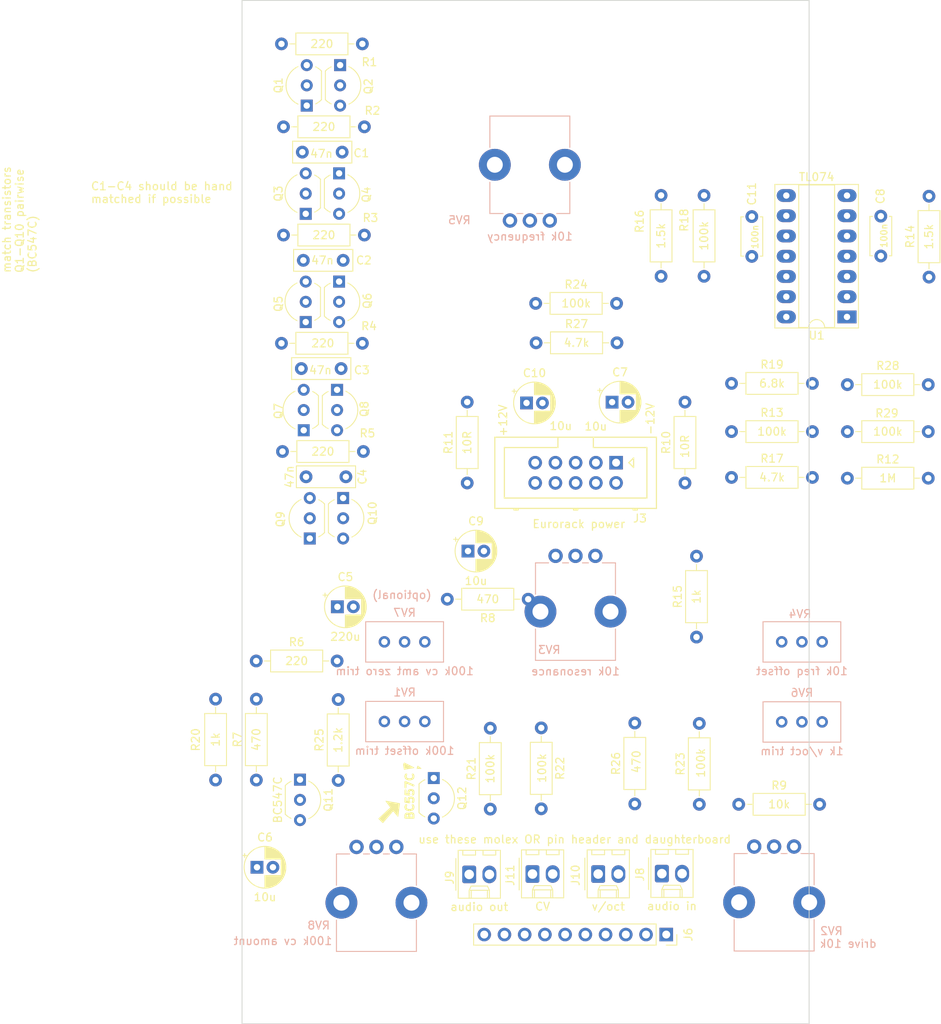
<source format=kicad_pcb>
(kicad_pcb (version 20211014) (generator pcbnew)
  (layers (0 "F.Cu" signal) (31 "B.Cu" signal) (34 "B.Paste" user) (35 "F.Paste" user) (36 "B.SilkS" user "B.Silkscreen") (37 "F.SilkS" user "F.Silkscreen") (38 "B.Mask" user) (39 "F.Mask" user) (44 "Edge.Cuts" user))
  (net 0 "")
  (net 1 "+12V")
  (net 2 "GND")
  (net 3 "-12V")
  (net 4 "Net-(J3-Pad1)")
  (net 5 "Net-(J3-Pad10)")
  (net 6 "BIAS1")
  (net 7 "Net-(C2-Pad2)")
  (net 8 "Net-(C2-Pad1)")
  (net 9 "Net-(C3-Pad2)")
  (net 10 "Net-(C3-Pad1)")
  (net 11 "Net-(C6-Pad2)")
  (net 12 "BIAS5")
  (net 13 "BIAS4")
  (net 14 "BIAS3")
  (net 15 "BIAS2")
  (net 16 "Net-(R9-Pad2)")
  (net 17 "Net-(C4-Pad2)")
  (net 18 "Net-(C4-Pad1)")
  (net 19 "CURRENTSINK")
  (net 20 "OUT_L")
  (net 21 "OUT_R")
  (net 22 "Net-(C9-Pad2)")
  (net 23 "IN_R")
  (net 24 "IN_L")
  (net 25 "Net-(R12-Pad2)")
  (net 26 "Net-(R12-Pad1)")
  (net 27 "Net-(R13-Pad1)")
  (net 28 "Net-(R14-Pad2)")
  (net 29 "Net-(R16-Pad2)")
  (net 30 "Net-(R16-Pad1)")
  (net 31 "Net-(R17-Pad2)")
  (net 32 "Net-(Q11-Pad1)")
  (net 33 "Net-(Q11-Pad2)")
  (net 34 "Net-(Q12-Pad1)")
  (net 35 "Net-(Q12-Pad2)")
  (net 36 "Net-(R21-Pad2)")
  (net 37 "CV_IN_1")
  (net 38 "CV_IN_2")
  (net 39 "Net-(R24-Pad2)")
  (net 40 "Net-(R25-Pad2)")
  (net 41 "Net-(R27-Pad1)")
  (net 42 "Net-(R28-Pad2)")
  (net 43 "Net-(RV8-Pad2)")
  (net 44 "MAIN_AUDIO_OUT")
  (net 45 "MAIN_CV")
  (net 46 "MAIN_AUDIO_IN")
  (footprint "Connector_Multicomp:Multicomp_MC9A12-1034_2x05_P2.54mm_Vertical" (layer "F.Cu") (at 67.3 78.363 180)
    (fp_text reference "J3" (at -3 -7) (layer "F.SilkS"))
    (fp_text value "Eurorack power" (at 4.68 -7.7) (layer "F.SilkS"))
    (pad "1" thru_hole rect locked (at 0 0 180) (size 1.7 1.7) (drill 1) (layers *.Cu *.Mask) (net 4 "Net-(J3-Pad1)"))
    (pad "2" thru_hole circle locked (at 0 -2.54 180) (size 1.7 1.7) (drill 1) (layers *.Cu *.Mask) (net 4 "Net-(J3-Pad1)"))
    (pad "3" thru_hole circle locked (at 2.54 0 180) (size 1.7 1.7) (drill 1) (layers *.Cu *.Mask) (net 2 "GND"))
    (pad "4" thru_hole circle locked (at 2.54 -2.54 180) (size 1.7 1.7) (drill 1) (layers *.Cu *.Mask) (net 2 "GND"))
    (pad "5" thru_hole circle locked (at 5.08 0 180) (size 1.7 1.7) (drill 1) (layers *.Cu *.Mask) (net 2 "GND"))
    (pad "6" thru_hole circle locked (at 5.08 -2.54 180) (size 1.7 1.7) (drill 1) (layers *.Cu *.Mask) (net 2 "GND"))
    (pad "7" thru_hole circle locked (at 7.62 0 180) (size 1.7 1.7) (drill 1) (layers *.Cu *.Mask) (net 2 "GND"))
    (pad "8" thru_hole circle locked (at 7.62 -2.54 180) (size 1.7 1.7) (drill 1) (layers *.Cu *.Mask) (net 2 "GND"))
    (pad "9" thru_hole circle locked (at 10.16 0 180) (size 1.7 1.7) (drill 1) (layers *.Cu *.Mask) (net 5 "Net-(J3-Pad10)"))
    (pad "10" thru_hole circle locked (at 10.16 -2.54 180) (size 1.7 1.7) (drill 1) (layers *.Cu *.Mask) (net 5 "Net-(J3-Pad10)"))
  )
  (footprint "R_silkvalue:R_Axial_DIN0207_L6.3mm_D2.5mm_P7.62mm_Horizontal_silkvalue" (layer "F.Cu") (at 48.6 80.913 90)
    (fp_text reference "R11" (at 5.08 -2.37 90) (layer "F.SilkS"))
    (fp_text value "10R" (at 5.08 0 90) (layer "F.SilkS"))
    (pad "1" thru_hole circle locked (at 0 0 90) (size 1.6 1.6) (drill 0.8) (layers *.Cu *.Mask) (net 5 "Net-(J3-Pad10)"))
    (pad "2" thru_hole oval locked (at 10.16 0 90) (size 1.6 1.6) (drill 0.8) (layers *.Cu *.Mask) (net 1 "+12V"))
  )
  (footprint "R_silkvalue:R_Axial_DIN0207_L6.3mm_D2.5mm_P7.62mm_Horizontal_silkvalue" (layer "F.Cu") (at 75.95 80.913 90)
    (fp_text reference "R10" (at 5.08 -2.37 90) (layer "F.SilkS"))
    (fp_text value "10R" (at 4.6 0 90) (layer "F.SilkS"))
    (pad "1" thru_hole circle locked (at 0 0 90) (size 1.6 1.6) (drill 0.8) (layers *.Cu *.Mask) (net 4 "Net-(J3-Pad1)"))
    (pad "2" thru_hole oval locked (at 10.16 0 90) (size 1.6 1.6) (drill 0.8) (layers *.Cu *.Mask) (net 3 "-12V"))
  )
  (footprint "Capacitor_THT:CP_Radial_D5.0mm_P2.00mm" (layer "F.Cu") (at 32.3 96.463)
    (fp_text reference "C5" (at 1 -3.75) (layer "F.SilkS"))
    (fp_text value "220u" (at 1 3.75) (layer "F.SilkS"))
    (pad "1" thru_hole rect locked (at 0 0) (size 1.6 1.6) (drill 0.8) (layers *.Cu *.Mask) (net 6 "BIAS1"))
    (pad "2" thru_hole circle locked (at 2 0) (size 1.6 1.6) (drill 0.8) (layers *.Cu *.Mask) (net 2 "GND"))
  )
  (footprint "Capacitor_THT:C_Rect_L7.2mm_W2.5mm_P5.00mm_FKS2_FKP2_MKS2_MKP2" (layer "F.Cu") (at 32.893 39.37 180)
    (fp_text reference "C1" (at -2.413 -0.127 180) (layer "F.SilkS"))
    (fp_text value "47n" (at 2.6 -0.2) (layer "F.SilkS"))
    (pad "1" thru_hole circle locked (at 0 0 180) (size 1.6 1.6) (drill 0.8) (layers *.Cu *.Mask) (net 21 "OUT_R"))
    (pad "2" thru_hole circle locked (at 5 0 180) (size 1.6 1.6) (drill 0.8) (layers *.Cu *.Mask) (net 20 "OUT_L"))
  )
  (footprint "Capacitor_THT:C_Rect_L7.2mm_W2.5mm_P5.00mm_FKS2_FKP2_MKS2_MKP2" (layer "F.Cu") (at 33.02 52.959 180)
    (fp_text reference "C2" (at -2.6 0) (layer "F.SilkS"))
    (fp_text value "47n" (at 2.6 0) (layer "F.SilkS"))
    (pad "1" thru_hole circle locked (at 0 0 180) (size 1.6 1.6) (drill 0.8) (layers *.Cu *.Mask) (net 8 "Net-(C2-Pad1)"))
    (pad "2" thru_hole circle locked (at 5 0 180) (size 1.6 1.6) (drill 0.8) (layers *.Cu *.Mask) (net 7 "Net-(C2-Pad2)"))
  )
  (footprint "Capacitor_THT:C_Rect_L7.2mm_W2.5mm_P5.00mm_FKS2_FKP2_MKS2_MKP2" (layer "F.Cu") (at 32.766 66.548 180)
    (fp_text reference "C3" (at -2.6 -0.2) (layer "F.SilkS"))
    (fp_text value "47n" (at 2.6 -0.2) (layer "F.SilkS"))
    (pad "1" thru_hole circle locked (at 0 0 180) (size 1.6 1.6) (drill 0.8) (layers *.Cu *.Mask) (net 10 "Net-(C3-Pad1)"))
    (pad "2" thru_hole circle locked (at 5 0 180) (size 1.6 1.6) (drill 0.8) (layers *.Cu *.Mask) (net 9 "Net-(C3-Pad2)"))
  )
  (footprint "Capacitor_THT:C_Rect_L7.2mm_W2.5mm_P5.00mm_FKS2_FKP2_MKS2_MKP2" (layer "F.Cu") (at 33.361 80.137 180)
    (fp_text reference "C4" (at -2.072 0 90) (layer "F.SilkS"))
    (fp_text value "47n" (at 7.072 0 90) (layer "F.SilkS"))
    (pad "1" thru_hole circle locked (at 0 0 180) (size 1.6 1.6) (drill 0.8) (layers *.Cu *.Mask) (net 18 "Net-(C4-Pad1)"))
    (pad "2" thru_hole circle locked (at 5 0 180) (size 1.6 1.6) (drill 0.8) (layers *.Cu *.Mask) (net 17 "Net-(C4-Pad2)"))
  )
  (footprint "Capacitor_THT:CP_Radial_D5.0mm_P2.00mm" (layer "F.Cu") (at 22.2 129.163)
    (fp_text reference "C6" (at 1 -3.75) (layer "F.SilkS"))
    (fp_text value "10u" (at 1 3.75) (layer "F.SilkS"))
    (pad "1" thru_hole rect locked (at 0 0) (size 1.6 1.6) (drill 0.8) (layers *.Cu *.Mask) (net 24 "IN_L"))
    (pad "2" thru_hole circle locked (at 2 0) (size 1.6 1.6) (drill 0.8) (layers *.Cu *.Mask) (net 11 "Net-(C6-Pad2)"))
  )
  (footprint "Package_TO_SOT_THT:TO-92_Inline_Wide" (layer "F.Cu") (at 28.829 87.884 90)
    (fp_text reference "Q9" (at 2.413 -3.683 90) (layer "F.SilkS"))
    (fp_text value "BC547C")
    (pad "1" thru_hole rect locked (at 0 0 180) (size 1.5 1.5) (drill 0.8) (layers *.Cu *.Mask) (net 17 "Net-(C4-Pad2)"))
    (pad "2" thru_hole circle locked (at 2.54 0 180) (size 1.5 1.5) (drill 0.8) (layers *.Cu *.Mask) (net 24 "IN_L"))
    (pad "3" thru_hole circle locked (at 5.08 0 180) (size 1.5 1.5) (drill 0.8) (layers *.Cu *.Mask) (net 19 "CURRENTSINK"))
  )
  (footprint "Package_TO_SOT_THT:TO-92_Inline_Wide" (layer "F.Cu") (at 28.448 33.528 90)
    (fp_text reference "Q1" (at 2.54 -3.556 270) (layer "F.SilkS"))
    (fp_text value "BC547C")
    (pad "1" thru_hole rect locked (at 0 0 180) (size 1.5 1.5) (drill 0.8) (layers *.Cu *.Mask) (net 1 "+12V"))
    (pad "2" thru_hole circle locked (at 2.54 0 180) (size 1.5 1.5) (drill 0.8) (layers *.Cu *.Mask) (net 12 "BIAS5"))
    (pad "3" thru_hole circle locked (at 5.08 0 180) (size 1.5 1.5) (drill 0.8) (layers *.Cu *.Mask) (net 20 "OUT_L"))
  )
  (footprint "Package_TO_SOT_THT:TO-92_Inline_Wide" (layer "F.Cu") (at 28.321 47.117 90)
    (fp_text reference "Q3" (at 2.54 -3.429 90) (layer "F.SilkS"))
    (fp_text value "BC547C")
    (pad "1" thru_hole rect locked (at 0 0 180) (size 1.5 1.5) (drill 0.8) (layers *.Cu *.Mask) (net 20 "OUT_L"))
    (pad "2" thru_hole circle locked (at 2.54 0 180) (size 1.5 1.5) (drill 0.8) (layers *.Cu *.Mask) (net 13 "BIAS4"))
    (pad "3" thru_hole circle locked (at 5.08 0 180) (size 1.5 1.5) (drill 0.8) (layers *.Cu *.Mask) (net 7 "Net-(C2-Pad2)"))
  )
  (footprint "Package_TO_SOT_THT:TO-92_Inline_Wide" (layer "F.Cu") (at 28.321 60.706 90)
    (fp_text reference "Q5" (at 2.286 -3.429 90) (layer "F.SilkS"))
    (fp_text value "BC547C")
    (pad "1" thru_hole rect locked (at 0 0 180) (size 1.5 1.5) (drill 0.8) (layers *.Cu *.Mask) (net 7 "Net-(C2-Pad2)"))
    (pad "2" thru_hole circle locked (at 2.54 0 180) (size 1.5 1.5) (drill 0.8) (layers *.Cu *.Mask) (net 14 "BIAS3"))
    (pad "3" thru_hole circle locked (at 5.08 0 180) (size 1.5 1.5) (drill 0.8) (layers *.Cu *.Mask) (net 9 "Net-(C3-Pad2)"))
  )
  (footprint "Package_TO_SOT_THT:TO-92_Inline_Wide" (layer "F.Cu") (at 28.067 74.295 90)
    (fp_text reference "Q7" (at 2.413 -3.175 90) (layer "F.SilkS"))
    (fp_text value "BC547C")
    (pad "1" thru_hole rect locked (at 0 0 180) (size 1.5 1.5) (drill 0.8) (layers *.Cu *.Mask) (net 9 "Net-(C3-Pad2)"))
    (pad "2" thru_hole circle locked (at 2.54 0 180) (size 1.5 1.5) (drill 0.8) (layers *.Cu *.Mask) (net 15 "BIAS2"))
    (pad "3" thru_hole circle locked (at 5.08 0 180) (size 1.5 1.5) (drill 0.8) (layers *.Cu *.Mask) (net 17 "Net-(C4-Pad2)"))
  )
  (footprint "Package_TO_SOT_THT:TO-92_Inline_Wide" (layer "F.Cu") (at 32.639 28.448 -90)
    (fp_text reference "Q2" (at 2.667 -3.556 90) (layer "F.SilkS"))
    (fp_text value "BC547C")
    (pad "1" thru_hole rect locked (at 0 0) (size 1.5 1.5) (drill 0.8) (layers *.Cu *.Mask) (net 1 "+12V"))
    (pad "2" thru_hole circle locked (at 2.54 0) (size 1.5 1.5) (drill 0.8) (layers *.Cu *.Mask) (net 12 "BIAS5"))
    (pad "3" thru_hole circle locked (at 5.08 0) (size 1.5 1.5) (drill 0.8) (layers *.Cu *.Mask) (net 21 "OUT_R"))
  )
  (footprint "Package_TO_SOT_THT:TO-92_Inline_Wide" (layer "F.Cu") (at 32.512 42.037 -90)
    (fp_text reference "Q4" (at 2.667 -3.429 -90) (layer "F.SilkS"))
    (fp_text value "BC547C")
    (pad "1" thru_hole rect locked (at 0 0) (size 1.5 1.5) (drill 0.8) (layers *.Cu *.Mask) (net 21 "OUT_R"))
    (pad "2" thru_hole circle locked (at 2.54 0) (size 1.5 1.5) (drill 0.8) (layers *.Cu *.Mask) (net 13 "BIAS4"))
    (pad "3" thru_hole circle locked (at 5.08 0) (size 1.5 1.5) (drill 0.8) (layers *.Cu *.Mask) (net 8 "Net-(C2-Pad1)"))
  )
  (footprint "Package_TO_SOT_THT:TO-92_Inline_Wide" (layer "F.Cu") (at 32.512 55.626 -90)
    (fp_text reference "Q6" (at 2.413 -3.556 -90) (layer "F.SilkS"))
    (fp_text value "BC547C")
    (pad "1" thru_hole rect locked (at 0 0) (size 1.5 1.5) (drill 0.8) (layers *.Cu *.Mask) (net 8 "Net-(C2-Pad1)"))
    (pad "2" thru_hole circle locked (at 2.54 0) (size 1.5 1.5) (drill 0.8) (layers *.Cu *.Mask) (net 14 "BIAS3"))
    (pad "3" thru_hole circle locked (at 5.08 0) (size 1.5 1.5) (drill 0.8) (layers *.Cu *.Mask) (net 10 "Net-(C3-Pad1)"))
  )
  (footprint "Package_TO_SOT_THT:TO-92_Inline_Wide" (layer "F.Cu") (at 32.258 69.215 -90)
    (fp_text reference "Q8" (at 2.413 -3.429 -90) (layer "F.SilkS"))
    (fp_text value "BC547C")
    (pad "1" thru_hole rect locked (at 0 0) (size 1.5 1.5) (drill 0.8) (layers *.Cu *.Mask) (net 10 "Net-(C3-Pad1)"))
    (pad "2" thru_hole circle locked (at 2.54 0) (size 1.5 1.5) (drill 0.8) (layers *.Cu *.Mask) (net 15 "BIAS2"))
    (pad "3" thru_hole circle locked (at 5.08 0) (size 1.5 1.5) (drill 0.8) (layers *.Cu *.Mask) (net 18 "Net-(C4-Pad1)"))
  )
  (footprint "Package_TO_SOT_THT:TO-92_Inline_Wide" (layer "F.Cu") (at 33.02 82.804 -90)
    (fp_text reference "Q10" (at 1.905 -3.683 -90) (layer "F.SilkS"))
    (fp_text value "BC547C")
    (pad "1" thru_hole rect locked (at 0 0) (size 1.5 1.5) (drill 0.8) (layers *.Cu *.Mask) (net 18 "Net-(C4-Pad1)"))
    (pad "2" thru_hole circle locked (at 2.54 0) (size 1.5 1.5) (drill 0.8) (layers *.Cu *.Mask) (net 23 "IN_R"))
    (pad "3" thru_hole circle locked (at 5.08 0) (size 1.5 1.5) (drill 0.8) (layers *.Cu *.Mask) (net 19 "CURRENTSINK"))
  )
  (footprint "R_silkvalue:R_Axial_DIN0207_L6.3mm_D2.5mm_P7.62mm_Horizontal_silkvalue" (layer "F.Cu") (at 25.273 25.781)
    (fp_text reference "R1" (at 11.049 2.286) (layer "F.SilkS"))
    (fp_text value "220" (at 5.08 0) (layer "F.SilkS"))
    (pad "1" thru_hole circle locked (at 0 0) (size 1.6 1.6) (drill 0.8) (layers *.Cu *.Mask) (net 1 "+12V"))
    (pad "2" thru_hole oval locked (at 10.16 0) (size 1.6 1.6) (drill 0.8) (layers *.Cu *.Mask) (net 12 "BIAS5"))
  )
  (footprint "R_silkvalue:R_Axial_DIN0207_L6.3mm_D2.5mm_P7.62mm_Horizontal_silkvalue" (layer "F.Cu") (at 25.527 36.195)
    (fp_text reference "R2" (at 11.176 -2.032) (layer "F.SilkS"))
    (fp_text value "220" (at 5.08 0) (layer "F.SilkS"))
    (pad "1" thru_hole circle locked (at 0 0) (size 1.6 1.6) (drill 0.8) (layers *.Cu *.Mask) (net 12 "BIAS5"))
    (pad "2" thru_hole oval locked (at 10.16 0) (size 1.6 1.6) (drill 0.8) (layers *.Cu *.Mask) (net 13 "BIAS4"))
  )
  (footprint "R_silkvalue:R_Axial_DIN0207_L6.3mm_D2.5mm_P7.62mm_Horizontal_silkvalue" (layer "F.Cu") (at 25.527 49.784)
    (fp_text reference "R3" (at 10.922 -2.159) (layer "F.SilkS"))
    (fp_text value "220" (at 5.08 0) (layer "F.SilkS"))
    (pad "1" thru_hole circle locked (at 0 0) (size 1.6 1.6) (drill 0.8) (layers *.Cu *.Mask) (net 13 "BIAS4"))
    (pad "2" thru_hole oval locked (at 10.16 0) (size 1.6 1.6) (drill 0.8) (layers *.Cu *.Mask) (net 14 "BIAS3"))
  )
  (footprint "R_silkvalue:R_Axial_DIN0207_L6.3mm_D2.5mm_P7.62mm_Horizontal_silkvalue" (layer "F.Cu") (at 25.273 63.373)
    (fp_text reference "R4" (at 10.99 -2.159) (layer "F.SilkS"))
    (fp_text value "220" (at 5.2 0) (layer "F.SilkS"))
    (pad "1" thru_hole circle locked (at 0 0) (size 1.6 1.6) (drill 0.8) (layers *.Cu *.Mask) (net 14 "BIAS3"))
    (pad "2" thru_hole oval locked (at 10.16 0) (size 1.6 1.6) (drill 0.8) (layers *.Cu *.Mask) (net 15 "BIAS2"))
  )
  (footprint "R_silkvalue:R_Axial_DIN0207_L6.3mm_D2.5mm_P7.62mm_Horizontal_silkvalue" (layer "F.Cu") (at 25.4 76.962)
    (fp_text reference "R5" (at 10.668 -2.286) (layer "F.SilkS"))
    (fp_text value "220" (at 5.08 0) (layer "F.SilkS"))
    (pad "1" thru_hole circle locked (at 0 0) (size 1.6 1.6) (drill 0.8) (layers *.Cu *.Mask) (net 15 "BIAS2"))
    (pad "2" thru_hole oval locked (at 10.16 0) (size 1.6 1.6) (drill 0.8) (layers *.Cu *.Mask) (net 6 "BIAS1"))
  )
  (footprint "R_silkvalue:R_Axial_DIN0207_L6.3mm_D2.5mm_P7.62mm_Horizontal_silkvalue" (layer "F.Cu") (at 22.1 103.263)
    (fp_text reference "R6" (at 5.08 -2.37) (layer "F.SilkS"))
    (fp_text value "220" (at 5.08 0) (layer "F.SilkS"))
    (pad "1" thru_hole circle locked (at 0 0) (size 1.6 1.6) (drill 0.8) (layers *.Cu *.Mask) (net 6 "BIAS1"))
    (pad "2" thru_hole oval locked (at 10.16 0) (size 1.6 1.6) (drill 0.8) (layers *.Cu *.Mask) (net 2 "GND"))
  )
  (footprint "R_silkvalue:R_Axial_DIN0207_L6.3mm_D2.5mm_P7.62mm_Horizontal_silkvalue" (layer "F.Cu") (at 22.116666 118.213 90)
    (fp_text reference "R7" (at 5.08 -2.37 90) (layer "F.SilkS"))
    (fp_text value "470" (at 5.08 0 90) (layer "F.SilkS"))
    (pad "1" thru_hole circle locked (at 0 0 90) (size 1.6 1.6) (drill 0.8) (layers *.Cu *.Mask) (net 24 "IN_L"))
    (pad "2" thru_hole oval locked (at 10.16 0 90) (size 1.6 1.6) (drill 0.8) (layers *.Cu *.Mask) (net 6 "BIAS1"))
  )
  (footprint "R_silkvalue:R_Axial_DIN0207_L6.3mm_D2.5mm_P7.62mm_Horizontal_silkvalue" (layer "F.Cu") (at 56.261 95.504 180)
    (fp_text reference "R8" (at 5.08 -2.37) (layer "F.SilkS"))
    (fp_text value "470" (at 5.08 0) (layer "F.SilkS"))
    (pad "1" thru_hole circle locked (at 0 0 180) (size 1.6 1.6) (drill 0.8) (layers *.Cu *.Mask) (net 23 "IN_R"))
    (pad "2" thru_hole oval locked (at 10.16 0 180) (size 1.6 1.6) (drill 0.8) (layers *.Cu *.Mask) (net 6 "BIAS1"))
  )
  (footprint "R_silkvalue:R_Axial_DIN0207_L6.3mm_D2.5mm_P7.62mm_Horizontal_silkvalue" (layer "F.Cu") (at 82.7 121.263)
    (fp_text reference "R9" (at 5.08 -2.37) (layer "F.SilkS"))
    (fp_text value "10k" (at 5.08 0) (layer "F.SilkS"))
    (pad "1" thru_hole circle locked (at 0 0) (size 1.6 1.6) (drill 0.8) (layers *.Cu *.Mask) (net 11 "Net-(C6-Pad2)"))
    (pad "2" thru_hole oval locked (at 10.16 0) (size 1.6 1.6) (drill 0.8) (layers *.Cu *.Mask) (net 16 "Net-(R9-Pad2)"))
  )
  (footprint "Capacitor_THT:CP_Radial_D5.0mm_P2.00mm" (layer "F.Cu") (at 48.7 89.463)
    (fp_text reference "C9" (at 1 -3.75) (layer "F.SilkS"))
    (fp_text value "10u" (at 1 3.75) (layer "F.SilkS"))
    (pad "1" thru_hole rect locked (at 0 0) (size 1.6 1.6) (drill 0.8) (layers *.Cu *.Mask) (net 23 "IN_R"))
    (pad "2" thru_hole circle locked (at 2 0) (size 1.6 1.6) (drill 0.8) (layers *.Cu *.Mask) (net 22 "Net-(C9-Pad2)"))
  )
  (footprint "R_silkvalue:R_Axial_DIN0207_L6.3mm_D2.5mm_P7.62mm_Horizontal_silkvalue" (layer "F.Cu") (at 96.35 80.313)
    (fp_text reference "R12" (at 5.08 -2.37) (layer "F.SilkS"))
    (fp_text value "1M" (at 5.08 0) (layer "F.SilkS"))
    (pad "1" thru_hole circle locked (at 0 0) (size 1.6 1.6) (drill 0.8) (layers *.Cu *.Mask) (net 26 "Net-(R12-Pad1)"))
    (pad "2" thru_hole oval locked (at 10.16 0) (size 1.6 1.6) (drill 0.8) (layers *.Cu *.Mask) (net 25 "Net-(R12-Pad2)"))
  )
  (footprint "R_silkvalue:R_Axial_DIN0207_L6.3mm_D2.5mm_P7.62mm_Horizontal_silkvalue" (layer "F.Cu") (at 81.8 74.463)
    (fp_text reference "R13" (at 5.08 -2.37) (layer "F.SilkS"))
    (fp_text value "100k" (at 5.08 0) (layer "F.SilkS"))
    (pad "1" thru_hole circle locked (at 0 0) (size 1.6 1.6) (drill 0.8) (layers *.Cu *.Mask) (net 27 "Net-(R13-Pad1)"))
    (pad "2" thru_hole oval locked (at 10.16 0) (size 1.6 1.6) (drill 0.8) (layers *.Cu *.Mask) (net 26 "Net-(R12-Pad1)"))
  )
  (footprint "R_silkvalue:R_Axial_DIN0207_L6.3mm_D2.5mm_P7.62mm_Horizontal_silkvalue" (layer "F.Cu") (at 106.6 55.063 90)
    (fp_text reference "R14" (at 5.08 -2.37 90) (layer "F.SilkS"))
    (fp_text value "1.5k" (at 5.08 0 90) (layer "F.SilkS"))
    (pad "1" thru_hole circle locked (at 0 0 90) (size 1.6 1.6) (drill 0.8) (layers *.Cu *.Mask) (net 26 "Net-(R12-Pad1)"))
    (pad "2" thru_hole oval locked (at 10.16 0 90) (size 1.6 1.6) (drill 0.8) (layers *.Cu *.Mask) (net 28 "Net-(R14-Pad2)"))
  )
  (footprint "R_silkvalue:R_Axial_DIN0207_L6.3mm_D2.5mm_P7.62mm_Horizontal_silkvalue" (layer "F.Cu") (at 77.4 100.263 90)
    (fp_text reference "R15" (at 5.08 -2.37 90) (layer "F.SilkS"))
    (fp_text value "1k" (at 5.08 0 90) (layer "F.SilkS"))
    (pad "1" thru_hole circle locked (at 0 0 90) (size 1.6 1.6) (drill 0.8) (layers *.Cu *.Mask) (net 44 "MAIN_AUDIO_OUT"))
    (pad "2" thru_hole oval locked (at 10.16 0 90) (size 1.6 1.6) (drill 0.8) (layers *.Cu *.Mask) (net 27 "Net-(R13-Pad1)"))
  )
  (footprint "R_silkvalue:R_Axial_DIN0207_L6.3mm_D2.5mm_P7.62mm_Horizontal_silkvalue" (layer "F.Cu") (at 72.95 54.963 90)
    (fp_text reference "R16" (at 6.9 -2.7 90) (layer "F.SilkS"))
    (fp_text value "1.5k" (at 5.08 0 90) (layer "F.SilkS"))
    (pad "1" thru_hole circle locked (at 0 0 90) (size 1.6 1.6) (drill 0.8) (layers *.Cu *.Mask) (net 30 "Net-(R16-Pad1)"))
    (pad "2" thru_hole oval locked (at 10.16 0 90) (size 1.6 1.6) (drill 0.8) (layers *.Cu *.Mask) (net 29 "Net-(R16-Pad2)"))
  )
  (footprint "R_silkvalue:R_Axial_DIN0207_L6.3mm_D2.5mm_P7.62mm_Horizontal_silkvalue" (layer "F.Cu") (at 81.8 80.213)
    (fp_text reference "R17" (at 5.08 -2.37) (layer "F.SilkS"))
    (fp_text value "4.7k" (at 5.08 0) (layer "F.SilkS"))
    (pad "1" thru_hole circle locked (at 0 0) (size 1.6 1.6) (drill 0.8) (layers *.Cu *.Mask) (net 27 "Net-(R13-Pad1)"))
    (pad "2" thru_hole oval locked (at 10.16 0) (size 1.6 1.6) (drill 0.8) (layers *.Cu *.Mask) (net 31 "Net-(R17-Pad2)"))
  )
  (footprint "R_silkvalue:R_Axial_DIN0207_L6.3mm_D2.5mm_P7.62mm_Horizontal_silkvalue" (layer "F.Cu") (at 78.35 54.963 90)
    (fp_text reference "R18" (at 7.05 -2.5 90) (layer "F.SilkS"))
    (fp_text value "100k" (at 5.08 0 90) (layer "F.SilkS"))
    (pad "1" thru_hole circle locked (at 0 0 90) (size 1.6 1.6) (drill 0.8) (layers *.Cu *.Mask) (net 30 "Net-(R16-Pad1)"))
    (pad "2" thru_hole oval locked (at 10.16 0 90) (size 1.6 1.6) (drill 0.8) (layers *.Cu *.Mask) (net 2 "GND"))
  )
  (footprint "R_silkvalue:R_Axial_DIN0207_L6.3mm_D2.5mm_P7.62mm_Horizontal_silkvalue" (layer "F.Cu") (at 81.8 68.413)
    (fp_text reference "R19" (at 5.08 -2.37) (layer "F.SilkS"))
    (fp_text value "6.8k" (at 5.08 0) (layer "F.SilkS"))
    (pad "1" thru_hole circle locked (at 0 0) (size 1.6 1.6) (drill 0.8) (layers *.Cu *.Mask) (net 22 "Net-(C9-Pad2)"))
    (pad "2" thru_hole oval locked (at 10.16 0) (size 1.6 1.6) (drill 0.8) (layers *.Cu *.Mask) (net 31 "Net-(R17-Pad2)"))
  )
  (footprint "Package_DIP:DIP-14_W7.62mm_Socket_LongPads" (layer "F.Cu") (at 96.3 60.063 180)
    (fp_text reference "U1" (at 3.81 -2.33) (layer "F.SilkS"))
    (fp_text value "TL074" (at 3.81 17.57) (layer "F.SilkS"))
    (pad "1" thru_hole rect locked (at 0 0 180) (size 2.4 1.6) (drill 0.8) (layers *.Cu *.Mask) (net 38 "CV_IN_2"))
    (pad "2" thru_hole oval locked (at 0 2.54 180) (size 2.4 1.6) (drill 0.8) (layers *.Cu *.Mask) (net 42 "Net-(R28-Pad2)"))
    (pad "3" thru_hole oval locked (at 0 5.08 180) (size 2.4 1.6) (drill 0.8) (layers *.Cu *.Mask) (net 43 "Net-(RV8-Pad2)"))
    (pad "4" thru_hole oval locked (at 0 7.62 180) (size 2.4 1.6) (drill 0.8) (layers *.Cu *.Mask) (net 1 "+12V"))
    (pad "5" thru_hole oval locked (at 0 10.16 180) (size 2.4 1.6) (drill 0.8) (layers *.Cu *.Mask) (net 20 "OUT_L"))
    (pad "6" thru_hole oval locked (at 0 12.7 180) (size 2.4 1.6) (drill 0.8) (layers *.Cu *.Mask) (net 28 "Net-(R14-Pad2)"))
    (pad "7" thru_hole oval locked (at 0 15.24 180) (size 2.4 1.6) (drill 0.8) (layers *.Cu *.Mask) (net 28 "Net-(R14-Pad2)"))
    (pad "8" thru_hole oval locked (at 7.62 15.24 180) (size 2.4 1.6) (drill 0.8) (layers *.Cu *.Mask) (net 29 "Net-(R16-Pad2)"))
    (pad "9" thru_hole oval locked (at 7.62 12.7 180) (size 2.4 1.6) (drill 0.8) (layers *.Cu *.Mask) (net 29 "Net-(R16-Pad2)"))
    (pad "10" thru_hole oval locked (at 7.62 10.16 180) (size 2.4 1.6) (drill 0.8) (layers *.Cu *.Mask) (net 21 "OUT_R"))
    (pad "11" thru_hole oval locked (at 7.62 7.62 180) (size 2.4 1.6) (drill 0.8) (layers *.Cu *.Mask) (net 3 "-12V"))
    (pad "12" thru_hole oval locked (at 7.62 5.08 180) (size 2.4 1.6) (drill 0.8) (layers *.Cu *.Mask) (net 30 "Net-(R16-Pad1)"))
    (pad "13" thru_hole oval locked (at 7.62 2.54 180) (size 2.4 1.6) (drill 0.8) (layers *.Cu *.Mask) (net 26 "Net-(R12-Pad1)"))
    (pad "14" thru_hole oval locked (at 7.62 0 180) (size 2.4 1.6) (drill 0.8) (layers *.Cu *.Mask) (net 27 "Net-(R13-Pad1)"))
  )
  (footprint "Package_TO_SOT_THT:TO-92_Inline_Wide" (layer "F.Cu") (at 27.6 118.163 -90)
    (fp_text reference "Q11" (at 2.54 -3.56 90) (layer "F.SilkS"))
    (fp_text value "BC547C" (at 2.54 2.79 90) (layer "F.SilkS"))
    (pad "1" thru_hole rect locked (at 0 0) (size 1.5 1.5) (drill 0.8) (layers *.Cu *.Mask) (net 32 "Net-(Q11-Pad1)"))
    (pad "2" thru_hole circle locked (at 2.54 0) (size 1.5 1.5) (drill 0.8) (layers *.Cu *.Mask) (net 33 "Net-(Q11-Pad2)"))
    (pad "3" thru_hole circle locked (at 5.08 0) (size 1.5 1.5) (drill 0.8) (layers *.Cu *.Mask) (net 2 "GND"))
  )
  (footprint "Package_TO_SOT_THT:TO-92_Inline_Wide" (layer "F.Cu") (at 44.4 117.963 -90)
    (fp_text reference "Q12" (at 2.54 -3.56 90) (layer "F.SilkS"))
    (fp_text value "BC557C" (at 2.29 3 90) (layer "F.SilkS") (effects (font (thickness 0.25))))
    (pad "1" thru_hole rect locked (at 0 0) (size 1.5 1.5) (drill 0.8) (layers *.Cu *.Mask) (net 34 "Net-(Q12-Pad1)"))
    (pad "2" thru_hole circle locked (at 2.54 0) (size 1.5 1.5) (drill 0.8) (layers *.Cu *.Mask) (net 35 "Net-(Q12-Pad2)"))
    (pad "3" thru_hole circle locked (at 5.08 0) (size 1.5 1.5) (drill 0.8) (layers *.Cu *.Mask) (net 33 "Net-(Q11-Pad2)"))
  )
  (footprint "R_silkvalue:R_Axial_DIN0207_L6.3mm_D2.5mm_P7.62mm_Horizontal_silkvalue" (layer "F.Cu") (at 17 108.053 -90)
    (fp_text reference "R20" (at 5.1 2.5 90) (layer "F.SilkS"))
    (fp_text value "1k" (at 5.08 0 90) (layer "F.SilkS"))
    (pad "1" thru_hole circle locked (at 0 0 270) (size 1.6 1.6) (drill 0.8) (layers *.Cu *.Mask) (net 19 "CURRENTSINK"))
    (pad "2" thru_hole oval locked (at 10.16 0 270) (size 1.6 1.6) (drill 0.8) (layers *.Cu *.Mask) (net 32 "Net-(Q11-Pad1)"))
  )
  (footprint "R_silkvalue:R_Axial_DIN0207_L6.3mm_D2.5mm_P7.62mm_Horizontal_silkvalue" (layer "F.Cu") (at 51.5 121.863 90)
    (fp_text reference "R21" (at 5.08 -2.37 90) (layer "F.SilkS"))
    (fp_text value "100k" (at 5.08 0 90) (layer "F.SilkS"))
    (pad "1" thru_hole circle locked (at 0 0 90) (size 1.6 1.6) (drill 0.8) (layers *.Cu *.Mask) (net 33 "Net-(Q11-Pad2)"))
    (pad "2" thru_hole oval locked (at 10.16 0 90) (size 1.6 1.6) (drill 0.8) (layers *.Cu *.Mask) (net 36 "Net-(R21-Pad2)"))
  )
  (footprint "R_silkvalue:R_Axial_DIN0207_L6.3mm_D2.5mm_P7.62mm_Horizontal_silkvalue" (layer "F.Cu") (at 57.9 111.663 -90)
    (fp_text reference "R22" (at 5.08 -2.37 90) (layer "F.SilkS"))
    (fp_text value "100k" (at 5.05 -0.1 90) (layer "F.SilkS"))
    (pad "1" thru_hole circle locked (at 0 0 270) (size 1.6 1.6) (drill 0.8) (layers *.Cu *.Mask) (net 35 "Net-(Q12-Pad2)"))
    (pad "2" thru_hole oval locked (at 10.16 0 270) (size 1.6 1.6) (drill 0.8) (layers *.Cu *.Mask) (net 37 "CV_IN_1"))
  )
  (footprint "R_silkvalue:R_Axial_DIN0207_L6.3mm_D2.5mm_P7.62mm_Horizontal_silkvalue" (layer "F.Cu") (at 77.75 121.263 90)
    (fp_text reference "R23" (at 5.08 -2.37 90) (layer "F.SilkS"))
    (fp_text value "100k" (at 5.2 0.2 90) (layer "F.SilkS"))
    (pad "1" thru_hole circle locked (at 0 0 90) (size 1.6 1.6) (drill 0.8) (layers *.Cu *.Mask) (net 35 "Net-(Q12-Pad2)"))
    (pad "2" thru_hole oval locked (at 10.16 0 90) (size 1.6 1.6) (drill 0.8) (layers *.Cu *.Mask) (net 38 "CV_IN_2"))
  )
  (footprint "R_silkvalue:R_Axial_DIN0207_L6.3mm_D2.5mm_P7.62mm_Horizontal_silkvalue" (layer "F.Cu") (at 57.2 58.363)
    (fp_text reference "R24" (at 5.08 -2.37) (layer "F.SilkS"))
    (fp_text value "100k" (at 5.08 0) (layer "F.SilkS"))
    (pad "1" thru_hole circle locked (at 0 0) (size 1.6 1.6) (drill 0.8) (layers *.Cu *.Mask) (net 35 "Net-(Q12-Pad2)"))
    (pad "2" thru_hole oval locked (at 10.16 0) (size 1.6 1.6) (drill 0.8) (layers *.Cu *.Mask) (net 39 "Net-(R24-Pad2)"))
  )
  (footprint "R_silkvalue:R_Axial_DIN0207_L6.3mm_D2.5mm_P7.62mm_Horizontal_silkvalue" (layer "F.Cu") (at 32.4 118.263 90)
    (fp_text reference "R25" (at 5.08 -2.37 90) (layer "F.SilkS"))
    (fp_text value "1.2k" (at 5.08 0 90) (layer "F.SilkS"))
    (pad "1" thru_hole circle locked (at 0 0 90) (size 1.6 1.6) (drill 0.8) (layers *.Cu *.Mask) (net 35 "Net-(Q12-Pad2)"))
    (pad "2" thru_hole oval locked (at 10.16 0 90) (size 1.6 1.6) (drill 0.8) (layers *.Cu *.Mask) (net 40 "Net-(R25-Pad2)"))
  )
  (footprint "R_silkvalue:R_Axial_DIN0207_L6.3mm_D2.5mm_P7.62mm_Horizontal_silkvalue" (layer "F.Cu") (at 69.65 121.213 90)
    (fp_text reference "R26" (at 5.08 -2.37 90) (layer "F.SilkS"))
    (fp_text value "470" (at 5.3 0.2 90) (layer "F.SilkS"))
    (pad "1" thru_hole circle locked (at 0 0 90) (size 1.6 1.6) (drill 0.8) (layers *.Cu *.Mask) (net 34 "Net-(Q12-Pad1)"))
    (pad "2" thru_hole oval locked (at 10.16 0 90) (size 1.6 1.6) (drill 0.8) (layers *.Cu *.Mask) (net 3 "-12V"))
  )
  (footprint "R_silkvalue:R_Axial_DIN0207_L6.3mm_D2.5mm_P7.62mm_Horizontal_silkvalue" (layer "F.Cu") (at 57.25 63.313)
    (fp_text reference "R27" (at 5.08 -2.37) (layer "F.SilkS"))
    (fp_text value "4.7k" (at 5.08 0) (layer "F.SilkS"))
    (pad "1" thru_hole circle locked (at 0 0) (size 1.6 1.6) (drill 0.8) (layers *.Cu *.Mask) (net 41 "Net-(R27-Pad1)"))
    (pad "2" thru_hole oval locked (at 10.16 0) (size 1.6 1.6) (drill 0.8) (layers *.Cu *.Mask) (net 3 "-12V"))
  )
  (footprint "R_silkvalue:R_Axial_DIN0207_L6.3mm_D2.5mm_P7.62mm_Horizontal_silkvalue" (layer "F.Cu") (at 96.35 68.563)
    (fp_text reference "R28" (at 5.08 -2.37) (layer "F.SilkS"))
    (fp_text value "100k" (at 5.08 0) (layer "F.SilkS"))
    (pad "1" thru_hole circle locked (at 0 0) (size 1.6 1.6) (drill 0.8) (layers *.Cu *.Mask) (net 38 "CV_IN_2"))
    (pad "2" thru_hole oval locked (at 10.16 0) (size 1.6 1.6) (drill 0.8) (layers *.Cu *.Mask) (net 42 "Net-(R28-Pad2)"))
  )
  (footprint "R_silkvalue:R_Axial_DIN0207_L6.3mm_D2.5mm_P7.62mm_Horizontal_silkvalue" (layer "F.Cu") (at 106.51 74.463 180)
    (fp_text reference "R29" (at 5.2 2.3) (layer "F.SilkS"))
    (fp_text value "100k" (at 5.08 0) (layer "F.SilkS"))
    (pad "1" thru_hole circle locked (at 0 0 180) (size 1.6 1.6) (drill 0.8) (layers *.Cu *.Mask) (net 42 "Net-(R28-Pad2)"))
    (pad "2" thru_hole oval locked (at 10.16 0 180) (size 1.6 1.6) (drill 0.8) (layers *.Cu *.Mask) (net 45 "MAIN_CV"))
  )
  (footprint "Capacitor_THT:CP_Radial_D5.0mm_P2.00mm" (layer "F.Cu") (at 66.8 70.763)
    (fp_text reference "C7" (at 1 -3.75) (layer "F.SilkS"))
    (fp_text value "10u" (at -2.05 3.05) (layer "F.SilkS"))
    (pad "1" thru_hole rect locked (at 0 0) (size 1.6 1.6) (drill 0.8) (layers *.Cu *.Mask) (net 2 "GND"))
    (pad "2" thru_hole circle locked (at 2 0) (size 1.6 1.6) (drill 0.8) (layers *.Cu *.Mask) (net 3 "-12V"))
  )
  (footprint "Capacitor_THT:C_Disc_D4.7mm_W2.5mm_P5.00mm" (layer "F.Cu") (at 100.55 47.413 -90)
    (fp_text reference "C8" (at -2.5 0.05 90) (layer "F.SilkS"))
    (fp_text value "100n" (at 2.45 -0.4 90) (layer "F.SilkS") (effects (font (size 0.8 0.8))))
    (pad "1" thru_hole circle locked (at 0 0 270) (size 1.6 1.6) (drill 0.8) (layers *.Cu *.Mask) (net 2 "GND"))
    (pad "2" thru_hole circle locked (at 5 0 270) (size 1.6 1.6) (drill 0.8) (layers *.Cu *.Mask) (net 1 "+12V"))
  )
  (footprint "Capacitor_THT:CP_Radial_D5.0mm_P2.00mm" (layer "F.Cu") (at 56.05 70.863)
    (fp_text reference "C10" (at 1 -3.75) (layer "F.SilkS"))
    (fp_text value "10u" (at 4.3 2.9) (layer "F.SilkS"))
    (pad "1" thru_hole rect locked (at 0 0) (size 1.6 1.6) (drill 0.8) (layers *.Cu *.Mask) (net 1 "+12V"))
    (pad "2" thru_hole circle locked (at 2 0) (size 1.6 1.6) (drill 0.8) (layers *.Cu *.Mask) (net 2 "GND"))
  )
  (footprint "Capacitor_THT:C_Disc_D4.7mm_W2.5mm_P5.00mm" (layer "F.Cu") (at 84.35 47.463 -90)
    (fp_text reference "C11" (at -2.85 0 90) (layer "F.SilkS"))
    (fp_text value "100n" (at 2.55 -0.4 90) (layer "F.SilkS") (effects (font (size 0.8 0.8))))
    (pad "1" thru_hole circle locked (at 0 0 270) (size 1.6 1.6) (drill 0.8) (layers *.Cu *.Mask) (net 2 "GND"))
    (pad "2" thru_hole circle locked (at 5 0 270) (size 1.6 1.6) (drill 0.8) (layers *.Cu *.Mask) (net 3 "-12V"))
  )
  (footprint "Connector_PinSocket_2.54mm:PinSocket_1x10_P2.54mm_Vertical" (layer "F.Cu") (at 73.6 137.613 -90)
    (fp_text reference "J6" (at 0 -2.77 90) (layer "F.SilkS"))
    (fp_text value "header main")
    (pad "1" thru_hole rect locked (at 0 0 270) (size 1.7 1.7) (drill 1) (layers *.Cu *.Mask) (net 2 "GND"))
    (pad "2" thru_hole oval locked (at 0 2.54 270) (size 1.7 1.7) (drill 1) (layers *.Cu *.Mask) (net 46 "MAIN_AUDIO_IN"))
    (pad "3" thru_hole oval locked (at 0 5.08 270) (size 1.7 1.7) (drill 1) (layers *.Cu *.Mask) (net 46 "MAIN_AUDIO_IN"))
    (pad "4" thru_hole oval locked (at 0 7.62 270) (size 1.7 1.7) (drill 1) (layers *.Cu *.Mask) (net 37 "CV_IN_1"))
    (pad "5" thru_hole oval locked (at 0 10.16 270) (size 1.7 1.7) (drill 1) (layers *.Cu *.Mask) (net 37 "CV_IN_1"))
    (pad "6" thru_hole oval locked (at 0 12.7 270) (size 1.7 1.7) (drill 1) (layers *.Cu *.Mask) (net 45 "MAIN_CV"))
    (pad "7" thru_hole oval locked (at 0 15.24 270) (size 1.7 1.7) (drill 1) (layers *.Cu *.Mask) (net 45 "MAIN_CV"))
    (pad "8" thru_hole oval locked (at 0 17.78 270) (size 1.7 1.7) (drill 1) (layers *.Cu *.Mask) (net 44 "MAIN_AUDIO_OUT"))
    (pad "9" thru_hole oval locked (at 0 20.32 270) (size 1.7 1.7) (drill 1) (layers *.Cu *.Mask) (net 44 "MAIN_AUDIO_OUT"))
    (pad "10" thru_hole oval locked (at 0 22.86 270) (size 1.7 1.7) (drill 1) (layers *.Cu *.Mask) (net 2 "GND"))
  )
  (footprint "Connector_Molex:Molex_KK-254_AE-6410-02A_1x02_P2.54mm_Vertical" (layer "F.Cu") (at 73.05 129.963)
    (fp_text reference "J8" (at -2.75 0.1 90) (layer "F.SilkS"))
    (fp_text value "audio in" (at 1.27 4.08) (layer "F.SilkS"))
    (pad "1" thru_hole roundrect locked (at 0 0) (size 1.74 2.2) (drill 1.2) (layers *.Cu *.Mask) (roundrect_rratio 0.143678) (net 46 "MAIN_AUDIO_IN"))
    (pad "2" thru_hole oval locked (at 2.54 0) (size 1.74 2.2) (drill 1.2) (layers *.Cu *.Mask) (net 2 "GND"))
  )
  (footprint "Connector_Molex:Molex_KK-254_AE-6410-02A_1x02_P2.54mm_Vertical" (layer "F.Cu") (at 48.85 130.063)
    (fp_text reference "J9" (at -2.45 0.4 90) (layer "F.SilkS"))
    (fp_text value "audio out" (at 1.27 4.08) (layer "F.SilkS"))
    (pad "1" thru_hole roundrect locked (at 0 0) (size 1.74 2.2) (drill 1.2) (layers *.Cu *.Mask) (roundrect_rratio 0.143678) (net 44 "MAIN_AUDIO_OUT"))
    (pad "2" thru_hole oval locked (at 2.54 0) (size 1.74 2.2) (drill 1.2) (layers *.Cu *.Mask) (net 2 "GND"))
  )
  (footprint "Connector_Molex:Molex_KK-254_AE-6410-02A_1x02_P2.54mm_Vertical" (layer "F.Cu") (at 65.05 130.013)
    (fp_text reference "J10" (at -2.85 0.15 90) (layer "F.SilkS"))
    (fp_text value "v/oct" (at 1.27 4.08) (layer "F.SilkS"))
    (pad "1" thru_hole roundrect locked (at 0 0) (size 1.74 2.2) (drill 1.2) (layers *.Cu *.Mask) (roundrect_rratio 0.143678) (net 37 "CV_IN_1"))
    (pad "2" thru_hole oval locked (at 2.54 0) (size 1.74 2.2) (drill 1.2) (layers *.Cu *.Mask) (net 2 "GND"))
  )
  (footprint "Connector_Molex:Molex_KK-254_AE-6410-02A_1x02_P2.54mm_Vertical" (layer "F.Cu") (at 56.8 130.013)
    (fp_text reference "J11" (at -2.8 0.15 90) (layer "F.SilkS"))
    (fp_text value "CV" (at 1.27 4.08) (layer "F.SilkS"))
    (pad "1" thru_hole roundrect locked (at 0 0) (size 1.74 2.2) (drill 1.2) (layers *.Cu *.Mask) (roundrect_rratio 0.143678) (net 45 "MAIN_CV"))
    (pad "2" thru_hole oval locked (at 2.54 0) (size 1.74 2.2) (drill 1.2) (layers *.Cu *.Mask) (net 2 "GND"))
  )
  (footprint "Potentiometer_THT:Potentiometer_Alps_RK09K_Single_Vertical" (layer "B.Cu") (at 89.65 126.563 -90)
    (fp_text reference "RV2" (at 10.6 -4.7 180) (layer "B.SilkS") (effects (justify mirror)))
    (fp_text value "drive 10k" (at 12.2 -6.8 180) (layer "B.SilkS") (effects (justify mirror)))
    (pad "" np_thru_hole circle locked (at 7 -1.9 270) (size 4 4) (drill 2) (layers *.Cu *.Mask))
    (pad "" np_thru_hole circle locked (at 7 6.9 270) (size 4 4) (drill 2) (layers *.Cu *.Mask))
    (pad "1" thru_hole circle locked (at 0 0 270) (size 1.8 1.8) (drill 1) (layers *.Cu *.Mask) (net 46 "MAIN_AUDIO_IN"))
    (pad "2" thru_hole circle locked (at 0 2.5 270) (size 1.8 1.8) (drill 1) (layers *.Cu *.Mask) (net 16 "Net-(R9-Pad2)"))
    (pad "3" thru_hole circle locked (at 0 5 270) (size 1.8 1.8) (drill 1) (layers *.Cu *.Mask) (net 2 "GND"))
  )
  (footprint "Potentiometer_THT:Potentiometer_Alps_RK09K_Single_Vertical" (layer "B.Cu") (at 64.7 90.063 -90)
    (fp_text reference "RV3" (at 11.8 5.8 180) (layer "B.SilkS") (effects (justify mirror)))
    (fp_text value "10k resonance" (at 14.5 2.5 180) (layer "B.SilkS") (effects (justify mirror)))
    (pad "" np_thru_hole circle locked (at 7 6.9 270) (size 4 4) (drill 2) (layers *.Cu *.Mask))
    (pad "" np_thru_hole circle locked (at 7 -1.9 270) (size 4 4) (drill 2) (layers *.Cu *.Mask))
    (pad "1" thru_hole circle locked (at 0 0 270) (size 1.8 1.8) (drill 1) (layers *.Cu *.Mask) (net 27 "Net-(R13-Pad1)"))
    (pad "2" thru_hole circle locked (at 0 2.5 270) (size 1.8 1.8) (drill 1) (layers *.Cu *.Mask) (net 31 "Net-(R17-Pad2)"))
    (pad "3" thru_hole circle locked (at 0 5 270) (size 1.8 1.8) (drill 1) (layers *.Cu *.Mask) (net 2 "GND"))
  )
  (footprint "Potentiometer_THT:Potentiometer_Bourns_3296W_Vertical" (layer "B.Cu") (at 88.1 100.863 180)
    (fp_text reference "RV4" (at -2.3 3.5) (layer "B.SilkS") (effects (justify mirror)))
    (fp_text value "10k freq offset" (at -2.54 -3.67 180) (layer "B.SilkS") (effects (justify mirror)))
    (pad "1" thru_hole circle locked (at 0 0 180) (size 1.44 1.44) (drill 0.8) (layers *.Cu *.Mask) (net 1 "+12V"))
    (pad "2" thru_hole circle locked (at -2.54 0 180) (size 1.44 1.44) (drill 0.8) (layers *.Cu *.Mask) (net 36 "Net-(R21-Pad2)"))
    (pad "3" thru_hole circle locked (at -5.08 0 180) (size 1.44 1.44) (drill 0.8) (layers *.Cu *.Mask) (net 2 "GND"))
  )
  (footprint "Potentiometer_THT:Potentiometer_Alps_RK09K_Single_Vertical" (layer "B.Cu") (at 53.97 47.96 90)
    (fp_text reference "RV5" (at 0.05 -6.35) (layer "B.SilkS") (effects (justify mirror)))
    (fp_text value "10k frequency" (at -2 2.5 -180) (layer "B.SilkS") (effects (justify mirror)))
    (pad "" np_thru_hole circle locked (at 7 6.9 90) (size 4 4) (drill 2) (layers *.Cu *.Mask))
    (pad "" np_thru_hole circle locked (at 7 -1.9 90) (size 4 4) (drill 2) (layers *.Cu *.Mask))
    (pad "1" thru_hole circle locked (at 0 0 90) (size 1.8 1.8) (drill 1) (layers *.Cu *.Mask) (net 1 "+12V"))
    (pad "2" thru_hole circle locked (at 0 2.5 90) (size 1.8 1.8) (drill 1) (layers *.Cu *.Mask) (net 39 "Net-(R24-Pad2)"))
    (pad "3" thru_hole circle locked (at 0 5 90) (size 1.8 1.8) (drill 1) (layers *.Cu *.Mask) (net 41 "Net-(R27-Pad1)"))
  )
  (footprint "Potentiometer_THT:Potentiometer_Bourns_3296W_Vertical" (layer "B.Cu") (at 88.1 110.913 180)
    (fp_text reference "RV6" (at -2.54 3.66 180) (layer "B.SilkS") (effects (justify mirror)))
    (fp_text value "1k v/oct trim" (at -2.54 -3.67 180) (layer "B.SilkS") (effects (justify mirror)))
    (pad "1" thru_hole circle locked (at 0 0 180) (size 1.44 1.44) (drill 0.8) (layers *.Cu *.Mask) (net 40 "Net-(R25-Pad2)"))
    (pad "2" thru_hole circle locked (at -2.54 0 180) (size 1.44 1.44) (drill 0.8) (layers *.Cu *.Mask) (net 40 "Net-(R25-Pad2)"))
    (pad "3" thru_hole circle locked (at -5.08 0 180) (size 1.44 1.44) (drill 0.8) (layers *.Cu *.Mask) (net 2 "GND"))
  )
  (footprint "Potentiometer_THT:Potentiometer_Bourns_3296W_Vertical" (layer "B.Cu") (at 38.2 110.863 180)
    (fp_text reference "RV1" (at -2.54 3.66 180) (layer "B.SilkS") (effects (justify mirror)))
    (fp_text value "100k offset trim" (at -2.54 -3.67 180) (layer "B.SilkS") (effects (justify mirror)))
    (pad "1" thru_hole circle locked (at 0 0 180) (size 1.44 1.44) (drill 0.8) (layers *.Cu *.Mask) (net 1 "+12V"))
    (pad "2" thru_hole circle locked (at -2.54 0 180) (size 1.44 1.44) (drill 0.8) (layers *.Cu *.Mask) (net 25 "Net-(R12-Pad2)"))
    (pad "3" thru_hole circle locked (at -5.08 0 180) (size 1.44 1.44) (drill 0.8) (layers *.Cu *.Mask) (net 3 "-12V"))
  )
  (footprint "Potentiometer_THT:Potentiometer_Bourns_3296W_Vertical" (layer "B.Cu") (at 38.2 100.863 180)
    (fp_text reference "RV7" (at -2.54 3.66 180) (layer "B.SilkS") (effects (justify mirror)))
    (fp_text value "100k cv amt zero trim" (at -2.54 -3.67 180) (layer "B.SilkS") (effects (justify mirror)))
    (pad "1" thru_hole circle locked (at 0 0 180) (size 1.44 1.44) (drill 0.8) (layers *.Cu *.Mask) (net 45 "MAIN_CV"))
    (pad "2" thru_hole circle locked (at -2.54 0 180) (size 1.44 1.44) (drill 0.8) (layers *.Cu *.Mask) (net 45 "MAIN_CV"))
    (pad "3" thru_hole circle locked (at -5.08 0 180) (size 1.44 1.44) (drill 0.8) (layers *.Cu *.Mask) (net 2 "GND"))
  )
  (footprint "Potentiometer_THT:Potentiometer_Alps_RK09K_Single_Vertical" (layer "B.Cu") (at 39.7 126.613 -90)
    (fp_text reference "RV8" (at 9.85 9.75 180) (layer "B.SilkS") (effects (justify mirror)))
    (fp_text value "100k cv amount" (at 11.8 14.25 180) (layer "B.SilkS") (effects (justify mirror)))
    (pad "" np_thru_hole circle locked (at 7 -1.9 270) (size 4 4) (drill 2) (layers *.Cu *.Mask))
    (pad "" np_thru_hole circle locked (at 7 6.9 270) (size 4 4) (drill 2) (layers *.Cu *.Mask))
    (pad "1" thru_hole circle locked (at 0 0 270) (size 1.8 1.8) (drill 1) (layers *.Cu *.Mask) (net 45 "MAIN_CV"))
    (pad "2" thru_hole circle locked (at 0 2.5 270) (size 1.8 1.8) (drill 1) (layers *.Cu *.Mask) (net 43 "Net-(RV8-Pad2)"))
    (pad "3" thru_hole circle locked (at 0 5 270) (size 1.8 1.8) (drill 1) (layers *.Cu *.Mask) (net 2 "GND"))
  )
  (gr_poly (pts (xy 41.9 116.663) (xy 40.7 116.863) (xy 40.6 116.263) (xy 40.7 116.063)) (layer "F.SilkS") (width 0.1) (fill solid))
  (gr_poly (pts (xy 40.1 121.163) (xy 39.9 122.763) (xy 39.3 122.063) (xy 38 123.563) (xy 37.5 123.063) (xy 39 121.663) (xy 38.4 120.863)) (layer "F.SilkS") (width 0.1) (fill solid))
  (gr_poly (pts (xy 42.8 116.763) (xy 42.3 116.763) (xy 42.4 116.463)) (layer "F.SilkS") (width 0.1) (fill solid))
  (gr_line (start 91.5416 20.32) (end 20.32 20.32) (layer "Edge.Cuts") (width 0.1))
  (gr_line (start 91.5416 148.8186) (end 91.5416 20.32) (layer "Edge.Cuts") (width 0.1))
  (gr_line (start 20.32 148.8186) (end 91.5416 148.8186) (layer "Edge.Cuts") (width 0.1))
  (gr_line (start 20.32 20.32) (end 20.32 148.8186) (layer "Edge.Cuts") (width 0.1))
  (gr_text "(optional)" (at 40.4 94.963) (layer "B.SilkS") (effects (font (size 1 1)) (justify mirror)))
  (gr_text "C1-C4 should be hand \nmatched if possible" (at 1.27 44.45) (layer "F.SilkS") (effects (font (size 1 1)) (justify left)))
  (gr_text "-12V\n" (at 71.6 72.863 90) (layer "F.SilkS") (effects (font (size 1 1))))
  (gr_text "match transistors \nQ1-Q10 pairwise \n(BC547C)" (at -7.62 54.61 90) (layer "F.SilkS") (effects (font (size 1 1)) (justify left)))
  (gr_text "+12V\n" (at 53.1 73.063 90) (layer "F.SilkS") (effects (font (size 1 1))))
  (gr_text "use these molex OR pin header and daughterboard" (at 62.1 125.663) (layer "F.SilkS") (effects (font (size 1 1))))
)
</source>
